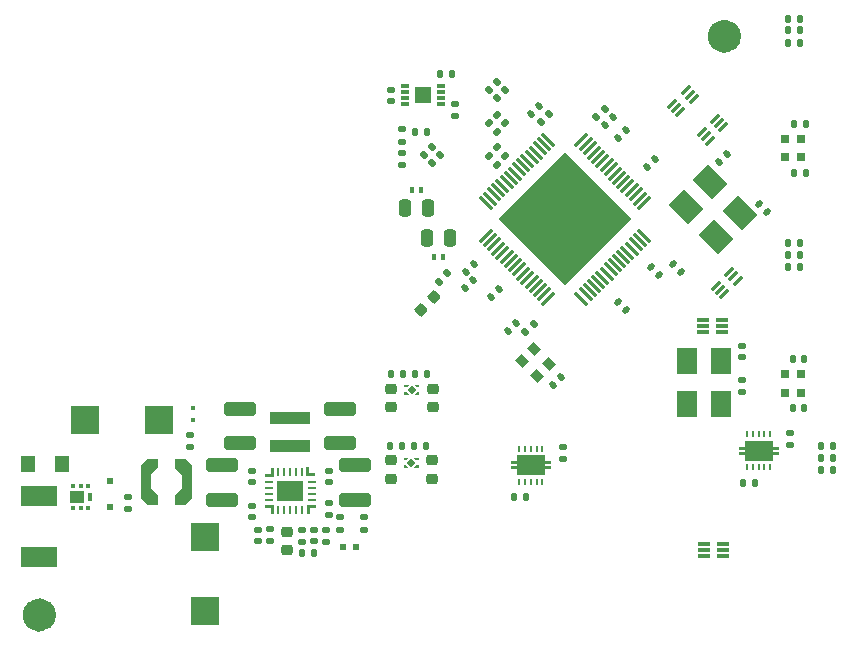
<source format=gbr>
%TF.GenerationSoftware,KiCad,Pcbnew,9.0.0*%
%TF.CreationDate,2025-04-21T08:49:54-05:00*%
%TF.ProjectId,1026 RPi Power Hat,31303236-2052-4506-9920-506f77657220,1*%
%TF.SameCoordinates,PX5f5e100PY8f0d180*%
%TF.FileFunction,Paste,Top*%
%TF.FilePolarity,Positive*%
%FSLAX46Y46*%
G04 Gerber Fmt 4.6, Leading zero omitted, Abs format (unit mm)*
G04 Created by KiCad (PCBNEW 9.0.0) date 2025-04-21 08:49:54*
%MOMM*%
%LPD*%
G01*
G04 APERTURE LIST*
G04 Aperture macros list*
%AMRoundRect*
0 Rectangle with rounded corners*
0 $1 Rounding radius*
0 $2 $3 $4 $5 $6 $7 $8 $9 X,Y pos of 4 corners*
0 Add a 4 corners polygon primitive as box body*
4,1,4,$2,$3,$4,$5,$6,$7,$8,$9,$2,$3,0*
0 Add four circle primitives for the rounded corners*
1,1,$1+$1,$2,$3*
1,1,$1+$1,$4,$5*
1,1,$1+$1,$6,$7*
1,1,$1+$1,$8,$9*
0 Add four rect primitives between the rounded corners*
20,1,$1+$1,$2,$3,$4,$5,0*
20,1,$1+$1,$4,$5,$6,$7,0*
20,1,$1+$1,$6,$7,$8,$9,0*
20,1,$1+$1,$8,$9,$2,$3,0*%
%AMRotRect*
0 Rectangle, with rotation*
0 The origin of the aperture is its center*
0 $1 length*
0 $2 width*
0 $3 Rotation angle, in degrees counterclockwise*
0 Add horizontal line*
21,1,$1,$2,0,0,$3*%
%AMFreePoly0*
4,1,21,-0.125000,1.200000,0.125000,1.200000,0.125000,1.700000,0.375000,1.700000,0.375000,1.200000,0.825000,1.200000,0.825000,-1.200000,0.375000,-1.200000,0.375000,-1.700000,0.125000,-1.700000,0.125000,-1.200000,-0.125000,-1.200000,-0.125000,-1.700000,-0.375000,-1.700000,-0.375000,-1.200000,-0.825000,-1.200000,-0.825000,1.200000,-0.375000,1.200000,-0.375000,1.700000,-0.125000,1.700000,
-0.125000,1.200000,-0.125000,1.200000,$1*%
%AMFreePoly1*
4,1,9,0.127000,-0.126997,0.635000,-0.126997,0.635000,-0.380997,0.127000,-0.380998,0.127000,-0.380999,-0.127000,-0.380999,-0.127000,0.381001,0.127000,0.381001,0.127000,-0.126997,0.127000,-0.126997,$1*%
%AMFreePoly2*
4,1,7,0.125811,-0.383999,-0.636189,-0.383997,-0.636189,-0.129997,-0.128189,-0.129997,-0.128189,0.378001,0.125811,0.378001,0.125811,-0.383999,0.125811,-0.383999,$1*%
%AMFreePoly3*
4,1,7,0.127000,-0.381000,-0.127000,-0.381000,-0.127000,0.126998,-0.635000,0.126998,-0.635000,0.381000,0.127000,0.381000,0.127000,-0.381000,0.127000,-0.381000,$1*%
%AMFreePoly4*
4,1,7,0.636189,0.383997,0.636189,0.129997,0.128189,0.129997,0.128189,-0.378001,-0.125811,-0.378001,-0.125811,0.383999,0.636189,0.383997,0.636189,0.383997,$1*%
%AMFreePoly5*
4,1,21,1.003536,1.703536,1.005000,1.700000,1.005000,0.925000,1.003536,0.921464,0.405000,0.322928,0.405000,-0.822928,1.003536,-1.421464,1.005000,-1.425000,1.005000,-2.200000,1.003536,-2.203536,1.000000,-2.205000,0.100000,-2.205000,0.096464,-2.203536,-0.453536,-1.653536,-0.455000,-1.650000,-0.455000,1.150000,-0.453536,1.153536,0.121544,1.703613,0.125000,1.705000,1.000000,1.705000,
1.003536,1.703536,1.003536,1.703536,$1*%
%AMFreePoly6*
4,1,22,1.003536,1.953536,1.005000,1.950000,1.005000,1.175000,1.003536,1.171464,0.405000,0.572928,0.405000,-0.572928,1.003536,-1.171464,1.005000,-1.175000,1.005000,-1.950000,1.003536,-1.953536,1.000000,-1.955000,0.125000,-1.955000,0.121544,-1.953613,-0.453456,-1.403613,-0.454999,-1.400111,-0.455000,-1.400000,-0.455000,1.400000,-0.453536,1.403536,0.096464,1.953536,0.100000,1.955000,
1.000000,1.955000,1.003536,1.953536,1.003536,1.953536,$1*%
G04 Aperture macros list end*
%ADD10C,0.000000*%
%ADD11C,1.400000*%
%ADD12RoundRect,0.135000X-0.135000X-0.185000X0.135000X-0.185000X0.135000X0.185000X-0.135000X0.185000X0*%
%ADD13RoundRect,0.135000X-0.185000X0.135000X-0.185000X-0.135000X0.185000X-0.135000X0.185000X0.135000X0*%
%ADD14RotRect,0.579999X0.579999X225.000000*%
%ADD15RoundRect,0.225000X-0.250000X0.225000X-0.250000X-0.225000X0.250000X-0.225000X0.250000X0.225000X0*%
%ADD16RoundRect,0.250000X-1.100000X0.325000X-1.100000X-0.325000X1.100000X-0.325000X1.100000X0.325000X0*%
%ADD17RoundRect,0.140000X-0.219203X-0.021213X-0.021213X-0.219203X0.219203X0.021213X0.021213X0.219203X0*%
%ADD18RoundRect,0.135000X0.185000X-0.135000X0.185000X0.135000X-0.185000X0.135000X-0.185000X-0.135000X0*%
%ADD19RoundRect,0.140000X-0.140000X-0.170000X0.140000X-0.170000X0.140000X0.170000X-0.140000X0.170000X0*%
%ADD20RoundRect,0.140000X0.170000X-0.140000X0.170000X0.140000X-0.170000X0.140000X-0.170000X-0.140000X0*%
%ADD21R,0.750000X0.300000*%
%ADD22R,1.350000X1.450000*%
%ADD23R,3.150000X1.780000*%
%ADD24RoundRect,0.140000X-0.170000X0.140000X-0.170000X-0.140000X0.170000X-0.140000X0.170000X0.140000X0*%
%ADD25RoundRect,0.135000X-0.226274X-0.035355X-0.035355X-0.226274X0.226274X0.035355X0.035355X0.226274X0*%
%ADD26RoundRect,0.225000X-0.017678X0.335876X-0.335876X0.017678X0.017678X-0.335876X0.335876X-0.017678X0*%
%ADD27RoundRect,0.140000X-0.021213X0.219203X-0.219203X0.021213X0.021213X-0.219203X0.219203X-0.021213X0*%
%ADD28R,0.990000X0.300000*%
%ADD29RoundRect,0.135000X0.135000X0.185000X-0.135000X0.185000X-0.135000X-0.185000X0.135000X-0.185000X0*%
%ADD30R,0.240000X0.600000*%
%ADD31FreePoly0,90.000000*%
%ADD32RotRect,1.800000X2.300000X225.000000*%
%ADD33RotRect,0.300000X0.990000X315.000000*%
%ADD34R,0.400000X0.500000*%
%ADD35RoundRect,0.250000X1.100000X-0.325000X1.100000X0.325000X-1.100000X0.325000X-1.100000X-0.325000X0*%
%ADD36R,0.600000X0.600000*%
%ADD37RoundRect,0.140000X0.021213X-0.219203X0.219203X-0.021213X-0.021213X0.219203X-0.219203X0.021213X0*%
%ADD38R,1.300000X1.400000*%
%ADD39RoundRect,0.135000X0.226274X0.035355X0.035355X0.226274X-0.226274X-0.035355X-0.035355X-0.226274X0*%
%ADD40RoundRect,0.250000X-0.250000X-0.475000X0.250000X-0.475000X0.250000X0.475000X-0.250000X0.475000X0*%
%ADD41RoundRect,0.135000X0.035355X-0.226274X0.226274X-0.035355X-0.035355X0.226274X-0.226274X0.035355X0*%
%ADD42R,2.430000X2.370000*%
%ADD43R,0.350000X0.430000*%
%ADD44R,1.250000X1.100000*%
%ADD45R,0.350000X0.660000*%
%ADD46RoundRect,0.135000X-0.035355X0.226274X-0.226274X0.035355X0.035355X-0.226274X0.226274X-0.035355X0*%
%ADD47RotRect,0.800000X0.900000X225.000000*%
%ADD48R,2.370000X2.430000*%
%ADD49R,1.800000X2.300000*%
%ADD50R,3.400000X0.980000*%
%ADD51FreePoly1,180.000000*%
%ADD52R,0.254000X0.762000*%
%ADD53FreePoly2,180.000000*%
%ADD54R,0.762000X0.254000*%
%ADD55FreePoly3,180.000000*%
%ADD56FreePoly4,180.000000*%
%ADD57R,2.209800X1.701800*%
%ADD58R,0.650000X0.700000*%
%ADD59R,0.460000X0.400000*%
%ADD60FreePoly5,0.000000*%
%ADD61FreePoly6,180.000000*%
%ADD62RoundRect,0.140000X0.219203X0.021213X0.021213X0.219203X-0.219203X-0.021213X-0.021213X-0.219203X0*%
%ADD63RotRect,0.300000X1.475000X45.000000*%
%ADD64RotRect,0.300000X1.475000X315.000000*%
%ADD65RotRect,8.000000X8.000000X315.000000*%
G04 APERTURE END LIST*
D10*
%TO.C,U3*%
G36*
X34750000Y16800008D02*
G01*
X34570001Y16620008D01*
X34350001Y16620008D01*
X34350001Y16830008D01*
X34750000Y16830008D01*
X34750000Y16800008D01*
G37*
G36*
X34750000Y16000004D02*
G01*
X34750000Y15970004D01*
X34350001Y15970004D01*
X34350001Y16180004D01*
X34570001Y16180004D01*
X34750000Y16000004D01*
G37*
G36*
X35649999Y16620008D02*
G01*
X35429999Y16620008D01*
X35250000Y16800008D01*
X35250000Y16830008D01*
X35649999Y16830008D01*
X35649999Y16620008D01*
G37*
G36*
X35649999Y15970004D02*
G01*
X35250000Y15970004D01*
X35250000Y16000004D01*
X35429999Y16180004D01*
X35649999Y16180004D01*
X35649999Y15970004D01*
G37*
%TO.C,H4*%
D11*
X62200000Y52500000D02*
G75*
G02*
X60800000Y52500000I-700000J0D01*
G01*
X60800000Y52500000D02*
G75*
G02*
X62200000Y52500000I700000J0D01*
G01*
%TO.C,H1*%
X4200000Y3500000D02*
G75*
G02*
X2800000Y3500000I-700000J0D01*
G01*
X2800000Y3500000D02*
G75*
G02*
X4200000Y3500000I700000J0D01*
G01*
D10*
%TO.C,U2*%
G36*
X34784998Y22975005D02*
G01*
X34604999Y22795005D01*
X34384999Y22795005D01*
X34384999Y23005005D01*
X34784998Y23005005D01*
X34784998Y22975005D01*
G37*
G36*
X34784998Y22175001D02*
G01*
X34784998Y22145001D01*
X34384999Y22145001D01*
X34384999Y22355001D01*
X34604999Y22355001D01*
X34784998Y22175001D01*
G37*
G36*
X35684997Y22795005D02*
G01*
X35464997Y22795005D01*
X35284998Y22975005D01*
X35284998Y23005005D01*
X35684997Y23005005D01*
X35684997Y22795005D01*
G37*
G36*
X35684997Y22145001D02*
G01*
X35284998Y22145001D01*
X35284998Y22175001D01*
X35464997Y22355001D01*
X35684997Y22355001D01*
X35684997Y22145001D01*
G37*
%TD*%
D12*
%TO.C,R11*%
X35309996Y23900006D03*
X36329996Y23900006D03*
%TD*%
D13*
%TO.C,R1*%
X11000000Y13510000D03*
X11000000Y12490000D03*
%TD*%
D14*
%TO.C,U3*%
X35000000Y16400006D03*
%TD*%
D15*
%TO.C,C14*%
X36819996Y22675006D03*
X36819996Y21125006D03*
%TD*%
D16*
%TO.C,C10*%
X20500000Y20975000D03*
X20500000Y18025000D03*
%TD*%
D17*
%TO.C,C20*%
X55260589Y32939411D03*
X55939411Y32260589D03*
%TD*%
D18*
%TO.C,R14*%
X34200000Y41590000D03*
X34200000Y42610000D03*
%TD*%
D19*
%TO.C,C32*%
X66920000Y33000000D03*
X67880000Y33000000D03*
%TD*%
D18*
%TO.C,R6*%
X25750000Y9720000D03*
X25750000Y10740000D03*
%TD*%
%TO.C,R2*%
X16250000Y17740000D03*
X16250000Y18760000D03*
%TD*%
D12*
%TO.C,R10*%
X33309996Y23900006D03*
X34329996Y23900006D03*
%TD*%
D20*
%TO.C,C5*%
X21500000Y14770000D03*
X21500000Y15730000D03*
%TD*%
D21*
%TO.C,U7*%
X34500000Y48250000D03*
X34500000Y47750000D03*
X34500000Y47250000D03*
X34500000Y46750000D03*
X37500000Y46750000D03*
X37500000Y47250000D03*
X37500000Y47750000D03*
X37500000Y48250000D03*
D22*
X36000000Y47500000D03*
%TD*%
D20*
%TO.C,C9*%
X22000000Y9770000D03*
X22000000Y10730000D03*
%TD*%
D19*
%TO.C,C31*%
X69720000Y17800000D03*
X70680000Y17800000D03*
%TD*%
D18*
%TO.C,R15*%
X34200000Y43590001D03*
X34200000Y44609999D03*
%TD*%
D23*
%TO.C,F1*%
X3500000Y8385000D03*
X3500000Y13615000D03*
%TD*%
D24*
%TO.C,C12*%
X26750000Y10730000D03*
X26750000Y9770000D03*
%TD*%
D19*
%TO.C,C34*%
X66920000Y51900000D03*
X67880000Y51900000D03*
%TD*%
D25*
%TO.C,R16*%
X42239376Y43110624D03*
X42960624Y42389376D03*
%TD*%
D26*
%TO.C,C36*%
X36948008Y30448008D03*
X35851992Y29351992D03*
%TD*%
D27*
%TO.C,C18*%
X42439411Y31139411D03*
X41760589Y30460589D03*
%TD*%
D28*
%TO.C,U9*%
X59695000Y28500000D03*
X59695000Y28000000D03*
X59695000Y27500000D03*
X61305000Y27500000D03*
X61305000Y28000000D03*
X61305000Y28500000D03*
%TD*%
D13*
%TO.C,R9*%
X31000000Y11760000D03*
X31000000Y10740000D03*
%TD*%
D29*
%TO.C,R18*%
X70710000Y16800000D03*
X69690000Y16800000D03*
%TD*%
D30*
%TO.C,U6*%
X44100000Y14800000D03*
X44600000Y14800000D03*
X45100000Y14800000D03*
X45600000Y14800000D03*
X46100000Y14800000D03*
X46100000Y17600000D03*
X45600000Y17600000D03*
X45100000Y17600000D03*
X44600000Y17600000D03*
X44100000Y17600000D03*
D31*
X45100000Y16200000D03*
%TD*%
D19*
%TO.C,C33*%
X66920000Y35000000D03*
X67880000Y35000000D03*
%TD*%
D32*
%TO.C,C46*%
X62825305Y37525305D03*
X60774695Y35474695D03*
%TD*%
D13*
%TO.C,R3*%
X28000000Y13010000D03*
X28000000Y11990000D03*
%TD*%
D12*
%TO.C,R7*%
X25740000Y8730000D03*
X26760000Y8730000D03*
%TD*%
D27*
%TO.C,C26*%
X40239411Y31839411D03*
X39560589Y31160589D03*
%TD*%
D33*
%TO.C,U11*%
X59577226Y44384332D03*
X59930779Y44030779D03*
X60284332Y43677226D03*
X61422774Y44815668D03*
X61069221Y45169221D03*
X60715668Y45522774D03*
%TD*%
D34*
%TO.C,FB1*%
X35050000Y39500000D03*
X35850000Y39500000D03*
%TD*%
D14*
%TO.C,U2*%
X35034998Y22575003D03*
%TD*%
D17*
%TO.C,C19*%
X52460589Y30039411D03*
X53139411Y29360589D03*
%TD*%
D35*
%TO.C,C3*%
X19000000Y13275000D03*
X19000000Y16225000D03*
%TD*%
D36*
%TO.C,D1*%
X9500000Y14850000D03*
X9500000Y12650000D03*
%TD*%
D16*
%TO.C,C11*%
X29000000Y20975000D03*
X29000000Y18025000D03*
%TD*%
D37*
%TO.C,C23*%
X52460589Y43860589D03*
X53139411Y44539411D03*
%TD*%
D20*
%TO.C,C6*%
X28000000Y14770000D03*
X28000000Y15730000D03*
%TD*%
D38*
%TO.C,D3*%
X5450000Y16250000D03*
X2550000Y16250000D03*
%TD*%
D30*
%TO.C,U5*%
X63400000Y16000000D03*
X63900000Y16000000D03*
X64400000Y16000000D03*
X64900000Y16000000D03*
X65400000Y16000000D03*
X65400000Y18800000D03*
X64900000Y18800000D03*
X64400000Y18800000D03*
X63900000Y18800000D03*
X63400000Y18800000D03*
D31*
X64400000Y17400000D03*
%TD*%
D24*
%TO.C,C39*%
X63000000Y23380000D03*
X63000000Y22420000D03*
%TD*%
D39*
%TO.C,R21*%
X42260624Y44439376D03*
X41539376Y45160624D03*
%TD*%
D33*
%TO.C,U12*%
X57077226Y46784332D03*
X57430779Y46430779D03*
X57784332Y46077226D03*
X58922774Y47215668D03*
X58569221Y47569221D03*
X58215668Y47922774D03*
%TD*%
D18*
%TO.C,R8*%
X27750000Y9720000D03*
X27750000Y10740000D03*
%TD*%
D40*
%TO.C,C29*%
X34500000Y37950000D03*
X36400000Y37950000D03*
%TD*%
D12*
%TO.C,R12*%
X33205002Y17825003D03*
X34225002Y17825003D03*
%TD*%
D29*
%TO.C,R19*%
X67910000Y34000000D03*
X66890000Y34000000D03*
%TD*%
D41*
%TO.C,R24*%
X50639376Y45639376D03*
X51360624Y46360624D03*
%TD*%
D17*
%TO.C,C28*%
X57160589Y33189411D03*
X57839411Y32510589D03*
%TD*%
D13*
%TO.C,R33*%
X47800000Y17710000D03*
X47800000Y16690000D03*
%TD*%
D42*
%TO.C,C2*%
X17500000Y10120000D03*
X17500000Y3880000D03*
%TD*%
D43*
%TO.C,Q1*%
X6350000Y12565000D03*
X7000000Y12565000D03*
X7650000Y12565000D03*
X7650000Y14435000D03*
X7000000Y14435000D03*
X6350000Y14435000D03*
D44*
X6715000Y13500000D03*
D45*
X7775000Y13500000D03*
%TD*%
D28*
%TO.C,U8*%
X59795000Y9500000D03*
X59795000Y9000000D03*
X59795000Y8500000D03*
X61405000Y8500000D03*
X61405000Y9000000D03*
X61405000Y9500000D03*
%TD*%
D24*
%TO.C,C8*%
X21500000Y12730000D03*
X21500000Y11770000D03*
%TD*%
D13*
%TO.C,R28*%
X67090000Y18910000D03*
X67090000Y17890000D03*
%TD*%
D19*
%TO.C,C30*%
X69720000Y15800000D03*
X70680000Y15800000D03*
%TD*%
D12*
%TO.C,R13*%
X35205002Y17825003D03*
X36225002Y17825003D03*
%TD*%
D19*
%TO.C,C42*%
X43720000Y13500000D03*
X44680000Y13500000D03*
%TD*%
D27*
%TO.C,C17*%
X40339411Y33239411D03*
X39660589Y32560589D03*
%TD*%
D19*
%TO.C,C48*%
X67320000Y25200000D03*
X68280000Y25200000D03*
%TD*%
D25*
%TO.C,R17*%
X41539376Y42360624D03*
X42260624Y41639376D03*
%TD*%
D46*
%TO.C,R29*%
X36760624Y43160624D03*
X36039376Y42439376D03*
%TD*%
D13*
%TO.C,R4*%
X29000000Y11760000D03*
X29000000Y10740000D03*
%TD*%
D15*
%TO.C,C16*%
X36715002Y16600003D03*
X36715002Y15050003D03*
%TD*%
D41*
%TO.C,R32*%
X42239376Y47239376D03*
X42960624Y47960624D03*
%TD*%
%TO.C,R23*%
X45939376Y45239376D03*
X46660624Y45960624D03*
%TD*%
D19*
%TO.C,C50*%
X67420000Y45100000D03*
X68380000Y45100000D03*
%TD*%
D20*
%TO.C,C52*%
X33250000Y47020000D03*
X33250000Y47980000D03*
%TD*%
D47*
%TO.C,Y1*%
X46666726Y24758579D03*
X45358579Y26066726D03*
X44333274Y25041421D03*
X45641421Y23733274D03*
%TD*%
D48*
%TO.C,C1*%
X13620000Y20000000D03*
X7380000Y20000000D03*
%TD*%
D49*
%TO.C,C41*%
X61250000Y21400000D03*
X58350000Y21400000D03*
%TD*%
D50*
%TO.C,L2*%
X24750000Y17815000D03*
X24750000Y20185000D03*
%TD*%
D19*
%TO.C,C37*%
X63120000Y14700000D03*
X64080000Y14700000D03*
%TD*%
D51*
%TO.C,U1*%
X23249622Y12425000D03*
D52*
X23749748Y12424999D03*
X24249874Y12424999D03*
X24750000Y12424999D03*
X25250126Y12424999D03*
X25750252Y12424999D03*
D53*
X26249189Y12422000D03*
D54*
X26575000Y13249811D03*
X26575000Y13749937D03*
X26575000Y14250063D03*
X26575000Y14750189D03*
D55*
X26250378Y15575001D03*
D52*
X25750252Y15575001D03*
X25250126Y15575001D03*
X24750000Y15575001D03*
X24249874Y15575001D03*
X23749748Y15575001D03*
D56*
X23250811Y15578000D03*
D54*
X22925000Y14750189D03*
X22925000Y14250063D03*
X22925000Y13749937D03*
X22925000Y13249811D03*
D57*
X24750000Y14000000D03*
%TD*%
D58*
%TO.C,FB3*%
X66625000Y22300000D03*
X67975000Y22300000D03*
%TD*%
D35*
%TO.C,C4*%
X30250000Y13275000D03*
X30250000Y16225000D03*
%TD*%
D29*
%TO.C,R20*%
X67910000Y53000000D03*
X66890000Y53000000D03*
%TD*%
D19*
%TO.C,C51*%
X67420000Y40950000D03*
X68380000Y40950000D03*
%TD*%
D46*
%TO.C,R30*%
X37460624Y42460624D03*
X36739376Y41739376D03*
%TD*%
D59*
%TO.C,D2*%
X16500000Y21000000D03*
X16500000Y20000000D03*
%TD*%
D39*
%TO.C,R22*%
X42960624Y45139376D03*
X42239376Y45860624D03*
%TD*%
D40*
%TO.C,C21*%
X36350000Y35400000D03*
X38250000Y35400000D03*
%TD*%
D58*
%TO.C,FB6*%
X66625000Y43800000D03*
X67975000Y43800000D03*
%TD*%
D60*
%TO.C,L1*%
X12500000Y15000000D03*
D61*
X16000000Y14750000D03*
%TD*%
D19*
%TO.C,C49*%
X67320000Y21000000D03*
X68280000Y21000000D03*
%TD*%
D13*
%TO.C,R35*%
X38700000Y46810000D03*
X38700000Y45790000D03*
%TD*%
D62*
%TO.C,C45*%
X65139411Y37660589D03*
X64460589Y38339411D03*
%TD*%
D41*
%TO.C,R31*%
X41539376Y47939376D03*
X42260624Y48660624D03*
%TD*%
D32*
%TO.C,C44*%
X60325305Y40125305D03*
X58274695Y38074695D03*
%TD*%
D15*
%TO.C,C15*%
X33284998Y16600005D03*
X33284998Y15050005D03*
%TD*%
D12*
%TO.C,R27*%
X35290000Y44400000D03*
X36310000Y44400000D03*
%TD*%
D49*
%TO.C,C40*%
X61250000Y25000000D03*
X58350000Y25000000D03*
%TD*%
D34*
%TO.C,FB2*%
X36900000Y33800000D03*
X37700000Y33800000D03*
%TD*%
D15*
%TO.C,C7*%
X24500000Y10525000D03*
X24500000Y8975000D03*
%TD*%
D33*
%TO.C,U10*%
X60777226Y31384332D03*
X61130779Y31030779D03*
X61484332Y30677226D03*
X62622774Y31815668D03*
X62269221Y32169221D03*
X61915668Y32522774D03*
%TD*%
D58*
%TO.C,FB5*%
X66625000Y42250000D03*
X67975000Y42250000D03*
%TD*%
D24*
%TO.C,C38*%
X63000000Y26280000D03*
X63000000Y25320000D03*
%TD*%
D37*
%TO.C,C25*%
X45160589Y45960589D03*
X45839411Y46639411D03*
%TD*%
%TO.C,C47*%
X46960589Y22960589D03*
X47639411Y23639411D03*
%TD*%
D41*
%TO.C,R25*%
X44639376Y27439376D03*
X45360624Y28160624D03*
%TD*%
D37*
%TO.C,C24*%
X51360589Y44960589D03*
X52039411Y45639411D03*
%TD*%
D58*
%TO.C,FB4*%
X66625000Y23900000D03*
X67975000Y23900000D03*
%TD*%
D27*
%TO.C,C27*%
X43839411Y28239411D03*
X43160589Y27560589D03*
%TD*%
D41*
%TO.C,R26*%
X37339376Y31739376D03*
X38060624Y32460624D03*
%TD*%
D15*
%TO.C,C13*%
X33250000Y22675006D03*
X33250000Y21125006D03*
%TD*%
D36*
%TO.C,D4*%
X29200000Y9250000D03*
X30300000Y9250000D03*
%TD*%
D29*
%TO.C,R34*%
X38410000Y49300000D03*
X37390000Y49300000D03*
%TD*%
D63*
%TO.C,U4*%
X46594272Y43709029D03*
X46240718Y43355476D03*
X45887165Y43001922D03*
X45533612Y42648369D03*
X45180058Y42294816D03*
X44826505Y41941262D03*
X44472951Y41587709D03*
X44119398Y41234155D03*
X43765845Y40880602D03*
X43412291Y40527049D03*
X43058738Y40173495D03*
X42705184Y39819942D03*
X42351631Y39466388D03*
X41998078Y39112835D03*
X41644524Y38759282D03*
X41290971Y38405728D03*
D64*
X41290971Y35594272D03*
X41644524Y35240718D03*
X41998078Y34887165D03*
X42351631Y34533612D03*
X42705184Y34180058D03*
X43058738Y33826505D03*
X43412291Y33472951D03*
X43765845Y33119398D03*
X44119398Y32765845D03*
X44472951Y32412291D03*
X44826505Y32058738D03*
X45180058Y31705184D03*
X45533612Y31351631D03*
X45887165Y30998078D03*
X46240718Y30644524D03*
X46594272Y30290971D03*
D63*
X49405728Y30290971D03*
X49759282Y30644524D03*
X50112835Y30998078D03*
X50466388Y31351631D03*
X50819942Y31705184D03*
X51173495Y32058738D03*
X51527049Y32412291D03*
X51880602Y32765845D03*
X52234155Y33119398D03*
X52587709Y33472951D03*
X52941262Y33826505D03*
X53294816Y34180058D03*
X53648369Y34533612D03*
X54001922Y34887165D03*
X54355476Y35240718D03*
X54709029Y35594272D03*
D64*
X54709029Y38405728D03*
X54355476Y38759282D03*
X54001922Y39112835D03*
X53648369Y39466388D03*
X53294816Y39819942D03*
X52941262Y40173495D03*
X52587709Y40527049D03*
X52234155Y40880602D03*
X51880602Y41234155D03*
X51527049Y41587709D03*
X51173495Y41941262D03*
X50819942Y42294816D03*
X50466388Y42648369D03*
X50112835Y43001922D03*
X49759282Y43355476D03*
X49405728Y43709029D03*
D65*
X48000000Y37000000D03*
%TD*%
D37*
%TO.C,C22*%
X54960589Y41460589D03*
X55639411Y42139411D03*
%TD*%
D27*
%TO.C,C43*%
X61739411Y42539411D03*
X61060589Y41860589D03*
%TD*%
D19*
%TO.C,C35*%
X66920000Y54000000D03*
X67880000Y54000000D03*
%TD*%
D13*
%TO.C,R5*%
X23000000Y10760000D03*
X23000000Y9740000D03*
%TD*%
M02*

</source>
